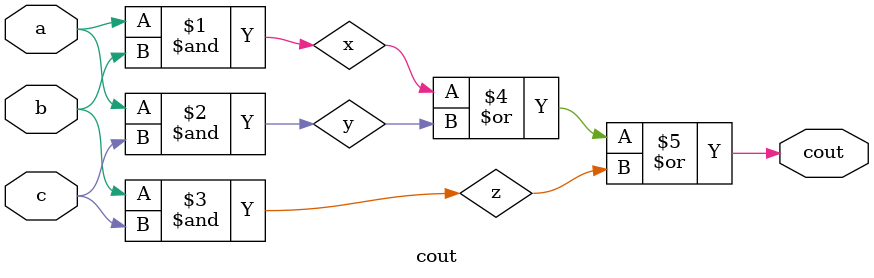
<source format=sv>
module cout(input a,b,c,
            output cout);
  
  wire x, y, z;
  
  and
  g1(x,a,b);
  and
  g2(y,a,c);
  and
  g3(z,b,c);
  or
  g4(cout,x,y,z);
endmodule

</source>
